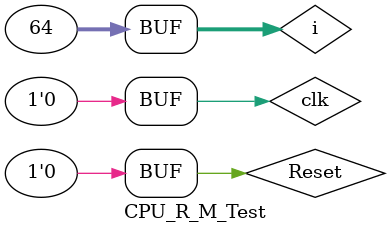
<source format=v>
`timescale 1ns / 1ps


module CPU_R_M_Test;
	reg clk;
	reg Reset;
	wire ZF,OF;
	
	wire [31:0] imm;
	wire [5:0] OP,func;
	wire [2:0] ALU_OP;
	wire Write_Reg;
	
	wire [4:0] rs;
	wire [31:0] R_Data_A;
	wire [4:0] rt;
	wire [31:0] R_Data_B;
	wire [4:0] rd;
	wire [31:0] W_Data;
	integer i;

	// Instantiate the Unit Under Test (UUT)
	CPU_R_M uut (
		.clk(clk), 
		.Reset(Reset), 
		.ZF(ZF), 
		.OF(OF),
		
		.imm(imm),
		.OP(OP),
		.func(func),
		.ALU_OP(ALU_OP),
		.Write_Reg(Write_Reg),
		//Inst_Decoder DebugÒý½Å
		.rs(rs),
		.R_Data_A(R_Data_A),
		.rt(rt),
		.R_Data_B(R_Data_B),
		.rd(rd),
		.W_Data(W_Data)//Reg_Data DebugÒý½Å
		);

	initial begin
		//³õÊ¼Öµ
		clk = 0;
		Reset = 0;
		#100;
		//³õÊ¼»¯¼Ä´æÆ÷¶Ñ
      Reset=1;#100;
		//³õÊ¼»¯½áÊø£¬Reset¸´Î»
		Reset=0;
		
		for (i=0;i<64;i=i+1)
			begin
				clk=~clk;
				#100;
			end
	end
       
endmodule


</source>
